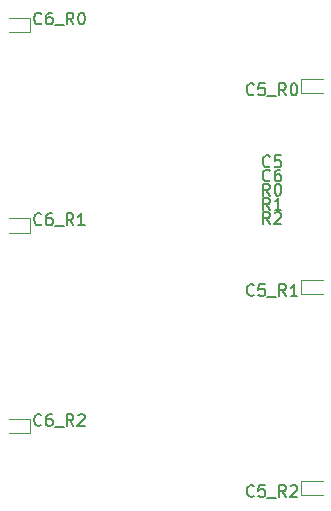
<source format=gbr>
%TF.GenerationSoftware,KiCad,Pcbnew,(7.0.0-0)*%
%TF.CreationDate,2023-06-08T17:13:50+08:00*%
%TF.ProjectId,thumb,7468756d-622e-46b6-9963-61645f706362,v1.0.0*%
%TF.SameCoordinates,Original*%
%TF.FileFunction,Legend,Bot*%
%TF.FilePolarity,Positive*%
%FSLAX46Y46*%
G04 Gerber Fmt 4.6, Leading zero omitted, Abs format (unit mm)*
G04 Created by KiCad (PCBNEW (7.0.0-0)) date 2023-06-08 17:13:50*
%MOMM*%
%LPD*%
G01*
G04 APERTURE LIST*
%ADD10C,0.150000*%
%ADD11C,0.120000*%
G04 APERTURE END LIST*
D10*
%TO.C,JC1*%
X17833333Y19732619D02*
X17500000Y20208809D01*
X17261905Y19732619D02*
X17261905Y20732619D01*
X17261905Y20732619D02*
X17642857Y20732619D01*
X17642857Y20732619D02*
X17738095Y20685000D01*
X17738095Y20685000D02*
X17785714Y20637380D01*
X17785714Y20637380D02*
X17833333Y20542142D01*
X17833333Y20542142D02*
X17833333Y20399285D01*
X17833333Y20399285D02*
X17785714Y20304047D01*
X17785714Y20304047D02*
X17738095Y20256428D01*
X17738095Y20256428D02*
X17642857Y20208809D01*
X17642857Y20208809D02*
X17261905Y20208809D01*
X18214286Y20637380D02*
X18261905Y20685000D01*
X18261905Y20685000D02*
X18357143Y20732619D01*
X18357143Y20732619D02*
X18595238Y20732619D01*
X18595238Y20732619D02*
X18690476Y20685000D01*
X18690476Y20685000D02*
X18738095Y20637380D01*
X18738095Y20637380D02*
X18785714Y20542142D01*
X18785714Y20542142D02*
X18785714Y20446904D01*
X18785714Y20446904D02*
X18738095Y20304047D01*
X18738095Y20304047D02*
X18166667Y19732619D01*
X18166667Y19732619D02*
X18785714Y19732619D01*
X17833333Y20932619D02*
X17500000Y21408809D01*
X17261905Y20932619D02*
X17261905Y21932619D01*
X17261905Y21932619D02*
X17642857Y21932619D01*
X17642857Y21932619D02*
X17738095Y21885000D01*
X17738095Y21885000D02*
X17785714Y21837380D01*
X17785714Y21837380D02*
X17833333Y21742142D01*
X17833333Y21742142D02*
X17833333Y21599285D01*
X17833333Y21599285D02*
X17785714Y21504047D01*
X17785714Y21504047D02*
X17738095Y21456428D01*
X17738095Y21456428D02*
X17642857Y21408809D01*
X17642857Y21408809D02*
X17261905Y21408809D01*
X18785714Y20932619D02*
X18214286Y20932619D01*
X18500000Y20932619D02*
X18500000Y21932619D01*
X18500000Y21932619D02*
X18404762Y21789761D01*
X18404762Y21789761D02*
X18309524Y21694523D01*
X18309524Y21694523D02*
X18214286Y21646904D01*
X17833333Y22132619D02*
X17500000Y22608809D01*
X17261905Y22132619D02*
X17261905Y23132619D01*
X17261905Y23132619D02*
X17642857Y23132619D01*
X17642857Y23132619D02*
X17738095Y23085000D01*
X17738095Y23085000D02*
X17785714Y23037380D01*
X17785714Y23037380D02*
X17833333Y22942142D01*
X17833333Y22942142D02*
X17833333Y22799285D01*
X17833333Y22799285D02*
X17785714Y22704047D01*
X17785714Y22704047D02*
X17738095Y22656428D01*
X17738095Y22656428D02*
X17642857Y22608809D01*
X17642857Y22608809D02*
X17261905Y22608809D01*
X18452381Y23132619D02*
X18547619Y23132619D01*
X18547619Y23132619D02*
X18642857Y23085000D01*
X18642857Y23085000D02*
X18690476Y23037380D01*
X18690476Y23037380D02*
X18738095Y22942142D01*
X18738095Y22942142D02*
X18785714Y22751666D01*
X18785714Y22751666D02*
X18785714Y22513571D01*
X18785714Y22513571D02*
X18738095Y22323095D01*
X18738095Y22323095D02*
X18690476Y22227857D01*
X18690476Y22227857D02*
X18642857Y22180238D01*
X18642857Y22180238D02*
X18547619Y22132619D01*
X18547619Y22132619D02*
X18452381Y22132619D01*
X18452381Y22132619D02*
X18357143Y22180238D01*
X18357143Y22180238D02*
X18309524Y22227857D01*
X18309524Y22227857D02*
X18261905Y22323095D01*
X18261905Y22323095D02*
X18214286Y22513571D01*
X18214286Y22513571D02*
X18214286Y22751666D01*
X18214286Y22751666D02*
X18261905Y22942142D01*
X18261905Y22942142D02*
X18309524Y23037380D01*
X18309524Y23037380D02*
X18357143Y23085000D01*
X18357143Y23085000D02*
X18452381Y23132619D01*
X17833333Y23427857D02*
X17785714Y23380238D01*
X17785714Y23380238D02*
X17642857Y23332619D01*
X17642857Y23332619D02*
X17547619Y23332619D01*
X17547619Y23332619D02*
X17404762Y23380238D01*
X17404762Y23380238D02*
X17309524Y23475476D01*
X17309524Y23475476D02*
X17261905Y23570714D01*
X17261905Y23570714D02*
X17214286Y23761190D01*
X17214286Y23761190D02*
X17214286Y23904047D01*
X17214286Y23904047D02*
X17261905Y24094523D01*
X17261905Y24094523D02*
X17309524Y24189761D01*
X17309524Y24189761D02*
X17404762Y24285000D01*
X17404762Y24285000D02*
X17547619Y24332619D01*
X17547619Y24332619D02*
X17642857Y24332619D01*
X17642857Y24332619D02*
X17785714Y24285000D01*
X17785714Y24285000D02*
X17833333Y24237380D01*
X18690476Y24332619D02*
X18500000Y24332619D01*
X18500000Y24332619D02*
X18404762Y24285000D01*
X18404762Y24285000D02*
X18357143Y24237380D01*
X18357143Y24237380D02*
X18261905Y24094523D01*
X18261905Y24094523D02*
X18214286Y23904047D01*
X18214286Y23904047D02*
X18214286Y23523095D01*
X18214286Y23523095D02*
X18261905Y23427857D01*
X18261905Y23427857D02*
X18309524Y23380238D01*
X18309524Y23380238D02*
X18404762Y23332619D01*
X18404762Y23332619D02*
X18595238Y23332619D01*
X18595238Y23332619D02*
X18690476Y23380238D01*
X18690476Y23380238D02*
X18738095Y23427857D01*
X18738095Y23427857D02*
X18785714Y23523095D01*
X18785714Y23523095D02*
X18785714Y23761190D01*
X18785714Y23761190D02*
X18738095Y23856428D01*
X18738095Y23856428D02*
X18690476Y23904047D01*
X18690476Y23904047D02*
X18595238Y23951666D01*
X18595238Y23951666D02*
X18404762Y23951666D01*
X18404762Y23951666D02*
X18309524Y23904047D01*
X18309524Y23904047D02*
X18261905Y23856428D01*
X18261905Y23856428D02*
X18214286Y23761190D01*
X17833333Y24627857D02*
X17785714Y24580238D01*
X17785714Y24580238D02*
X17642857Y24532619D01*
X17642857Y24532619D02*
X17547619Y24532619D01*
X17547619Y24532619D02*
X17404762Y24580238D01*
X17404762Y24580238D02*
X17309524Y24675476D01*
X17309524Y24675476D02*
X17261905Y24770714D01*
X17261905Y24770714D02*
X17214286Y24961190D01*
X17214286Y24961190D02*
X17214286Y25104047D01*
X17214286Y25104047D02*
X17261905Y25294523D01*
X17261905Y25294523D02*
X17309524Y25389761D01*
X17309524Y25389761D02*
X17404762Y25485000D01*
X17404762Y25485000D02*
X17547619Y25532619D01*
X17547619Y25532619D02*
X17642857Y25532619D01*
X17642857Y25532619D02*
X17785714Y25485000D01*
X17785714Y25485000D02*
X17833333Y25437380D01*
X18738095Y25532619D02*
X18261905Y25532619D01*
X18261905Y25532619D02*
X18214286Y25056428D01*
X18214286Y25056428D02*
X18261905Y25104047D01*
X18261905Y25104047D02*
X18357143Y25151666D01*
X18357143Y25151666D02*
X18595238Y25151666D01*
X18595238Y25151666D02*
X18690476Y25104047D01*
X18690476Y25104047D02*
X18738095Y25056428D01*
X18738095Y25056428D02*
X18785714Y24961190D01*
X18785714Y24961190D02*
X18785714Y24723095D01*
X18785714Y24723095D02*
X18738095Y24627857D01*
X18738095Y24627857D02*
X18690476Y24580238D01*
X18690476Y24580238D02*
X18595238Y24532619D01*
X18595238Y24532619D02*
X18357143Y24532619D01*
X18357143Y24532619D02*
X18261905Y24580238D01*
X18261905Y24580238D02*
X18214286Y24627857D01*
%TO.C,S1*%
X16476190Y30727857D02*
X16428571Y30680238D01*
X16428571Y30680238D02*
X16285714Y30632619D01*
X16285714Y30632619D02*
X16190476Y30632619D01*
X16190476Y30632619D02*
X16047619Y30680238D01*
X16047619Y30680238D02*
X15952381Y30775476D01*
X15952381Y30775476D02*
X15904762Y30870714D01*
X15904762Y30870714D02*
X15857143Y31061190D01*
X15857143Y31061190D02*
X15857143Y31204047D01*
X15857143Y31204047D02*
X15904762Y31394523D01*
X15904762Y31394523D02*
X15952381Y31489761D01*
X15952381Y31489761D02*
X16047619Y31585000D01*
X16047619Y31585000D02*
X16190476Y31632619D01*
X16190476Y31632619D02*
X16285714Y31632619D01*
X16285714Y31632619D02*
X16428571Y31585000D01*
X16428571Y31585000D02*
X16476190Y31537380D01*
X17380952Y31632619D02*
X16904762Y31632619D01*
X16904762Y31632619D02*
X16857143Y31156428D01*
X16857143Y31156428D02*
X16904762Y31204047D01*
X16904762Y31204047D02*
X17000000Y31251666D01*
X17000000Y31251666D02*
X17238095Y31251666D01*
X17238095Y31251666D02*
X17333333Y31204047D01*
X17333333Y31204047D02*
X17380952Y31156428D01*
X17380952Y31156428D02*
X17428571Y31061190D01*
X17428571Y31061190D02*
X17428571Y30823095D01*
X17428571Y30823095D02*
X17380952Y30727857D01*
X17380952Y30727857D02*
X17333333Y30680238D01*
X17333333Y30680238D02*
X17238095Y30632619D01*
X17238095Y30632619D02*
X17000000Y30632619D01*
X17000000Y30632619D02*
X16904762Y30680238D01*
X16904762Y30680238D02*
X16857143Y30727857D01*
X17619048Y30537380D02*
X18380952Y30537380D01*
X19190476Y30632619D02*
X18857143Y31108809D01*
X18619048Y30632619D02*
X18619048Y31632619D01*
X18619048Y31632619D02*
X19000000Y31632619D01*
X19000000Y31632619D02*
X19095238Y31585000D01*
X19095238Y31585000D02*
X19142857Y31537380D01*
X19142857Y31537380D02*
X19190476Y31442142D01*
X19190476Y31442142D02*
X19190476Y31299285D01*
X19190476Y31299285D02*
X19142857Y31204047D01*
X19142857Y31204047D02*
X19095238Y31156428D01*
X19095238Y31156428D02*
X19000000Y31108809D01*
X19000000Y31108809D02*
X18619048Y31108809D01*
X19809524Y31632619D02*
X19904762Y31632619D01*
X19904762Y31632619D02*
X20000000Y31585000D01*
X20000000Y31585000D02*
X20047619Y31537380D01*
X20047619Y31537380D02*
X20095238Y31442142D01*
X20095238Y31442142D02*
X20142857Y31251666D01*
X20142857Y31251666D02*
X20142857Y31013571D01*
X20142857Y31013571D02*
X20095238Y30823095D01*
X20095238Y30823095D02*
X20047619Y30727857D01*
X20047619Y30727857D02*
X20000000Y30680238D01*
X20000000Y30680238D02*
X19904762Y30632619D01*
X19904762Y30632619D02*
X19809524Y30632619D01*
X19809524Y30632619D02*
X19714286Y30680238D01*
X19714286Y30680238D02*
X19666667Y30727857D01*
X19666667Y30727857D02*
X19619048Y30823095D01*
X19619048Y30823095D02*
X19571429Y31013571D01*
X19571429Y31013571D02*
X19571429Y31251666D01*
X19571429Y31251666D02*
X19619048Y31442142D01*
X19619048Y31442142D02*
X19666667Y31537380D01*
X19666667Y31537380D02*
X19714286Y31585000D01*
X19714286Y31585000D02*
X19809524Y31632619D01*
%TO.C,S2*%
X16476190Y13727857D02*
X16428571Y13680238D01*
X16428571Y13680238D02*
X16285714Y13632619D01*
X16285714Y13632619D02*
X16190476Y13632619D01*
X16190476Y13632619D02*
X16047619Y13680238D01*
X16047619Y13680238D02*
X15952381Y13775476D01*
X15952381Y13775476D02*
X15904762Y13870714D01*
X15904762Y13870714D02*
X15857143Y14061190D01*
X15857143Y14061190D02*
X15857143Y14204047D01*
X15857143Y14204047D02*
X15904762Y14394523D01*
X15904762Y14394523D02*
X15952381Y14489761D01*
X15952381Y14489761D02*
X16047619Y14585000D01*
X16047619Y14585000D02*
X16190476Y14632619D01*
X16190476Y14632619D02*
X16285714Y14632619D01*
X16285714Y14632619D02*
X16428571Y14585000D01*
X16428571Y14585000D02*
X16476190Y14537380D01*
X17380952Y14632619D02*
X16904762Y14632619D01*
X16904762Y14632619D02*
X16857143Y14156428D01*
X16857143Y14156428D02*
X16904762Y14204047D01*
X16904762Y14204047D02*
X17000000Y14251666D01*
X17000000Y14251666D02*
X17238095Y14251666D01*
X17238095Y14251666D02*
X17333333Y14204047D01*
X17333333Y14204047D02*
X17380952Y14156428D01*
X17380952Y14156428D02*
X17428571Y14061190D01*
X17428571Y14061190D02*
X17428571Y13823095D01*
X17428571Y13823095D02*
X17380952Y13727857D01*
X17380952Y13727857D02*
X17333333Y13680238D01*
X17333333Y13680238D02*
X17238095Y13632619D01*
X17238095Y13632619D02*
X17000000Y13632619D01*
X17000000Y13632619D02*
X16904762Y13680238D01*
X16904762Y13680238D02*
X16857143Y13727857D01*
X17619048Y13537380D02*
X18380952Y13537380D01*
X19190476Y13632619D02*
X18857143Y14108809D01*
X18619048Y13632619D02*
X18619048Y14632619D01*
X18619048Y14632619D02*
X19000000Y14632619D01*
X19000000Y14632619D02*
X19095238Y14585000D01*
X19095238Y14585000D02*
X19142857Y14537380D01*
X19142857Y14537380D02*
X19190476Y14442142D01*
X19190476Y14442142D02*
X19190476Y14299285D01*
X19190476Y14299285D02*
X19142857Y14204047D01*
X19142857Y14204047D02*
X19095238Y14156428D01*
X19095238Y14156428D02*
X19000000Y14108809D01*
X19000000Y14108809D02*
X18619048Y14108809D01*
X20142857Y13632619D02*
X19571429Y13632619D01*
X19857143Y13632619D02*
X19857143Y14632619D01*
X19857143Y14632619D02*
X19761905Y14489761D01*
X19761905Y14489761D02*
X19666667Y14394523D01*
X19666667Y14394523D02*
X19571429Y14346904D01*
%TO.C,S3*%
X16476190Y-3272142D02*
X16428571Y-3319761D01*
X16428571Y-3319761D02*
X16285714Y-3367380D01*
X16285714Y-3367380D02*
X16190476Y-3367380D01*
X16190476Y-3367380D02*
X16047619Y-3319761D01*
X16047619Y-3319761D02*
X15952381Y-3224523D01*
X15952381Y-3224523D02*
X15904762Y-3129285D01*
X15904762Y-3129285D02*
X15857143Y-2938809D01*
X15857143Y-2938809D02*
X15857143Y-2795952D01*
X15857143Y-2795952D02*
X15904762Y-2605476D01*
X15904762Y-2605476D02*
X15952381Y-2510238D01*
X15952381Y-2510238D02*
X16047619Y-2415000D01*
X16047619Y-2415000D02*
X16190476Y-2367380D01*
X16190476Y-2367380D02*
X16285714Y-2367380D01*
X16285714Y-2367380D02*
X16428571Y-2415000D01*
X16428571Y-2415000D02*
X16476190Y-2462619D01*
X17380952Y-2367380D02*
X16904762Y-2367380D01*
X16904762Y-2367380D02*
X16857143Y-2843571D01*
X16857143Y-2843571D02*
X16904762Y-2795952D01*
X16904762Y-2795952D02*
X17000000Y-2748333D01*
X17000000Y-2748333D02*
X17238095Y-2748333D01*
X17238095Y-2748333D02*
X17333333Y-2795952D01*
X17333333Y-2795952D02*
X17380952Y-2843571D01*
X17380952Y-2843571D02*
X17428571Y-2938809D01*
X17428571Y-2938809D02*
X17428571Y-3176904D01*
X17428571Y-3176904D02*
X17380952Y-3272142D01*
X17380952Y-3272142D02*
X17333333Y-3319761D01*
X17333333Y-3319761D02*
X17238095Y-3367380D01*
X17238095Y-3367380D02*
X17000000Y-3367380D01*
X17000000Y-3367380D02*
X16904762Y-3319761D01*
X16904762Y-3319761D02*
X16857143Y-3272142D01*
X17619048Y-3462619D02*
X18380952Y-3462619D01*
X19190476Y-3367380D02*
X18857143Y-2891190D01*
X18619048Y-3367380D02*
X18619048Y-2367380D01*
X18619048Y-2367380D02*
X19000000Y-2367380D01*
X19000000Y-2367380D02*
X19095238Y-2415000D01*
X19095238Y-2415000D02*
X19142857Y-2462619D01*
X19142857Y-2462619D02*
X19190476Y-2557857D01*
X19190476Y-2557857D02*
X19190476Y-2700714D01*
X19190476Y-2700714D02*
X19142857Y-2795952D01*
X19142857Y-2795952D02*
X19095238Y-2843571D01*
X19095238Y-2843571D02*
X19000000Y-2891190D01*
X19000000Y-2891190D02*
X18619048Y-2891190D01*
X19571429Y-2462619D02*
X19619048Y-2415000D01*
X19619048Y-2415000D02*
X19714286Y-2367380D01*
X19714286Y-2367380D02*
X19952381Y-2367380D01*
X19952381Y-2367380D02*
X20047619Y-2415000D01*
X20047619Y-2415000D02*
X20095238Y-2462619D01*
X20095238Y-2462619D02*
X20142857Y-2557857D01*
X20142857Y-2557857D02*
X20142857Y-2653095D01*
X20142857Y-2653095D02*
X20095238Y-2795952D01*
X20095238Y-2795952D02*
X19523810Y-3367380D01*
X19523810Y-3367380D02*
X20142857Y-3367380D01*
%TO.C,S4*%
X-1523809Y36727857D02*
X-1571428Y36680238D01*
X-1571428Y36680238D02*
X-1714285Y36632619D01*
X-1714285Y36632619D02*
X-1809523Y36632619D01*
X-1809523Y36632619D02*
X-1952380Y36680238D01*
X-1952380Y36680238D02*
X-2047618Y36775476D01*
X-2047618Y36775476D02*
X-2095237Y36870714D01*
X-2095237Y36870714D02*
X-2142856Y37061190D01*
X-2142856Y37061190D02*
X-2142856Y37204047D01*
X-2142856Y37204047D02*
X-2095237Y37394523D01*
X-2095237Y37394523D02*
X-2047618Y37489761D01*
X-2047618Y37489761D02*
X-1952380Y37585000D01*
X-1952380Y37585000D02*
X-1809523Y37632619D01*
X-1809523Y37632619D02*
X-1714285Y37632619D01*
X-1714285Y37632619D02*
X-1571428Y37585000D01*
X-1571428Y37585000D02*
X-1523809Y37537380D01*
X-666666Y37632619D02*
X-857142Y37632619D01*
X-857142Y37632619D02*
X-952380Y37585000D01*
X-952380Y37585000D02*
X-999999Y37537380D01*
X-999999Y37537380D02*
X-1095237Y37394523D01*
X-1095237Y37394523D02*
X-1142856Y37204047D01*
X-1142856Y37204047D02*
X-1142856Y36823095D01*
X-1142856Y36823095D02*
X-1095237Y36727857D01*
X-1095237Y36727857D02*
X-1047618Y36680238D01*
X-1047618Y36680238D02*
X-952380Y36632619D01*
X-952380Y36632619D02*
X-761904Y36632619D01*
X-761904Y36632619D02*
X-666666Y36680238D01*
X-666666Y36680238D02*
X-619047Y36727857D01*
X-619047Y36727857D02*
X-571428Y36823095D01*
X-571428Y36823095D02*
X-571428Y37061190D01*
X-571428Y37061190D02*
X-619047Y37156428D01*
X-619047Y37156428D02*
X-666666Y37204047D01*
X-666666Y37204047D02*
X-761904Y37251666D01*
X-761904Y37251666D02*
X-952380Y37251666D01*
X-952380Y37251666D02*
X-1047618Y37204047D01*
X-1047618Y37204047D02*
X-1095237Y37156428D01*
X-1095237Y37156428D02*
X-1142856Y37061190D01*
X-380952Y36537380D02*
X380952Y36537380D01*
X1190476Y36632619D02*
X857143Y37108809D01*
X619048Y36632619D02*
X619048Y37632619D01*
X619048Y37632619D02*
X1000000Y37632619D01*
X1000000Y37632619D02*
X1095238Y37585000D01*
X1095238Y37585000D02*
X1142857Y37537380D01*
X1142857Y37537380D02*
X1190476Y37442142D01*
X1190476Y37442142D02*
X1190476Y37299285D01*
X1190476Y37299285D02*
X1142857Y37204047D01*
X1142857Y37204047D02*
X1095238Y37156428D01*
X1095238Y37156428D02*
X1000000Y37108809D01*
X1000000Y37108809D02*
X619048Y37108809D01*
X1809524Y37632619D02*
X1904762Y37632619D01*
X1904762Y37632619D02*
X2000000Y37585000D01*
X2000000Y37585000D02*
X2047619Y37537380D01*
X2047619Y37537380D02*
X2095238Y37442142D01*
X2095238Y37442142D02*
X2142857Y37251666D01*
X2142857Y37251666D02*
X2142857Y37013571D01*
X2142857Y37013571D02*
X2095238Y36823095D01*
X2095238Y36823095D02*
X2047619Y36727857D01*
X2047619Y36727857D02*
X2000000Y36680238D01*
X2000000Y36680238D02*
X1904762Y36632619D01*
X1904762Y36632619D02*
X1809524Y36632619D01*
X1809524Y36632619D02*
X1714286Y36680238D01*
X1714286Y36680238D02*
X1666667Y36727857D01*
X1666667Y36727857D02*
X1619048Y36823095D01*
X1619048Y36823095D02*
X1571429Y37013571D01*
X1571429Y37013571D02*
X1571429Y37251666D01*
X1571429Y37251666D02*
X1619048Y37442142D01*
X1619048Y37442142D02*
X1666667Y37537380D01*
X1666667Y37537380D02*
X1714286Y37585000D01*
X1714286Y37585000D02*
X1809524Y37632619D01*
%TO.C,S5*%
X-1523809Y19727857D02*
X-1571428Y19680238D01*
X-1571428Y19680238D02*
X-1714285Y19632619D01*
X-1714285Y19632619D02*
X-1809523Y19632619D01*
X-1809523Y19632619D02*
X-1952380Y19680238D01*
X-1952380Y19680238D02*
X-2047618Y19775476D01*
X-2047618Y19775476D02*
X-2095237Y19870714D01*
X-2095237Y19870714D02*
X-2142856Y20061190D01*
X-2142856Y20061190D02*
X-2142856Y20204047D01*
X-2142856Y20204047D02*
X-2095237Y20394523D01*
X-2095237Y20394523D02*
X-2047618Y20489761D01*
X-2047618Y20489761D02*
X-1952380Y20585000D01*
X-1952380Y20585000D02*
X-1809523Y20632619D01*
X-1809523Y20632619D02*
X-1714285Y20632619D01*
X-1714285Y20632619D02*
X-1571428Y20585000D01*
X-1571428Y20585000D02*
X-1523809Y20537380D01*
X-666666Y20632619D02*
X-857142Y20632619D01*
X-857142Y20632619D02*
X-952380Y20585000D01*
X-952380Y20585000D02*
X-999999Y20537380D01*
X-999999Y20537380D02*
X-1095237Y20394523D01*
X-1095237Y20394523D02*
X-1142856Y20204047D01*
X-1142856Y20204047D02*
X-1142856Y19823095D01*
X-1142856Y19823095D02*
X-1095237Y19727857D01*
X-1095237Y19727857D02*
X-1047618Y19680238D01*
X-1047618Y19680238D02*
X-952380Y19632619D01*
X-952380Y19632619D02*
X-761904Y19632619D01*
X-761904Y19632619D02*
X-666666Y19680238D01*
X-666666Y19680238D02*
X-619047Y19727857D01*
X-619047Y19727857D02*
X-571428Y19823095D01*
X-571428Y19823095D02*
X-571428Y20061190D01*
X-571428Y20061190D02*
X-619047Y20156428D01*
X-619047Y20156428D02*
X-666666Y20204047D01*
X-666666Y20204047D02*
X-761904Y20251666D01*
X-761904Y20251666D02*
X-952380Y20251666D01*
X-952380Y20251666D02*
X-1047618Y20204047D01*
X-1047618Y20204047D02*
X-1095237Y20156428D01*
X-1095237Y20156428D02*
X-1142856Y20061190D01*
X-380952Y19537380D02*
X380952Y19537380D01*
X1190476Y19632619D02*
X857143Y20108809D01*
X619048Y19632619D02*
X619048Y20632619D01*
X619048Y20632619D02*
X1000000Y20632619D01*
X1000000Y20632619D02*
X1095238Y20585000D01*
X1095238Y20585000D02*
X1142857Y20537380D01*
X1142857Y20537380D02*
X1190476Y20442142D01*
X1190476Y20442142D02*
X1190476Y20299285D01*
X1190476Y20299285D02*
X1142857Y20204047D01*
X1142857Y20204047D02*
X1095238Y20156428D01*
X1095238Y20156428D02*
X1000000Y20108809D01*
X1000000Y20108809D02*
X619048Y20108809D01*
X2142857Y19632619D02*
X1571429Y19632619D01*
X1857143Y19632619D02*
X1857143Y20632619D01*
X1857143Y20632619D02*
X1761905Y20489761D01*
X1761905Y20489761D02*
X1666667Y20394523D01*
X1666667Y20394523D02*
X1571429Y20346904D01*
%TO.C,S6*%
X-1523809Y2727857D02*
X-1571428Y2680238D01*
X-1571428Y2680238D02*
X-1714285Y2632619D01*
X-1714285Y2632619D02*
X-1809523Y2632619D01*
X-1809523Y2632619D02*
X-1952380Y2680238D01*
X-1952380Y2680238D02*
X-2047618Y2775476D01*
X-2047618Y2775476D02*
X-2095237Y2870714D01*
X-2095237Y2870714D02*
X-2142856Y3061190D01*
X-2142856Y3061190D02*
X-2142856Y3204047D01*
X-2142856Y3204047D02*
X-2095237Y3394523D01*
X-2095237Y3394523D02*
X-2047618Y3489761D01*
X-2047618Y3489761D02*
X-1952380Y3585000D01*
X-1952380Y3585000D02*
X-1809523Y3632619D01*
X-1809523Y3632619D02*
X-1714285Y3632619D01*
X-1714285Y3632619D02*
X-1571428Y3585000D01*
X-1571428Y3585000D02*
X-1523809Y3537380D01*
X-666666Y3632619D02*
X-857142Y3632619D01*
X-857142Y3632619D02*
X-952380Y3585000D01*
X-952380Y3585000D02*
X-999999Y3537380D01*
X-999999Y3537380D02*
X-1095237Y3394523D01*
X-1095237Y3394523D02*
X-1142856Y3204047D01*
X-1142856Y3204047D02*
X-1142856Y2823095D01*
X-1142856Y2823095D02*
X-1095237Y2727857D01*
X-1095237Y2727857D02*
X-1047618Y2680238D01*
X-1047618Y2680238D02*
X-952380Y2632619D01*
X-952380Y2632619D02*
X-761904Y2632619D01*
X-761904Y2632619D02*
X-666666Y2680238D01*
X-666666Y2680238D02*
X-619047Y2727857D01*
X-619047Y2727857D02*
X-571428Y2823095D01*
X-571428Y2823095D02*
X-571428Y3061190D01*
X-571428Y3061190D02*
X-619047Y3156428D01*
X-619047Y3156428D02*
X-666666Y3204047D01*
X-666666Y3204047D02*
X-761904Y3251666D01*
X-761904Y3251666D02*
X-952380Y3251666D01*
X-952380Y3251666D02*
X-1047618Y3204047D01*
X-1047618Y3204047D02*
X-1095237Y3156428D01*
X-1095237Y3156428D02*
X-1142856Y3061190D01*
X-380952Y2537380D02*
X380952Y2537380D01*
X1190476Y2632619D02*
X857143Y3108809D01*
X619048Y2632619D02*
X619048Y3632619D01*
X619048Y3632619D02*
X1000000Y3632619D01*
X1000000Y3632619D02*
X1095238Y3585000D01*
X1095238Y3585000D02*
X1142857Y3537380D01*
X1142857Y3537380D02*
X1190476Y3442142D01*
X1190476Y3442142D02*
X1190476Y3299285D01*
X1190476Y3299285D02*
X1142857Y3204047D01*
X1142857Y3204047D02*
X1095238Y3156428D01*
X1095238Y3156428D02*
X1000000Y3108809D01*
X1000000Y3108809D02*
X619048Y3108809D01*
X1571429Y3537380D02*
X1619048Y3585000D01*
X1619048Y3585000D02*
X1714286Y3632619D01*
X1714286Y3632619D02*
X1952381Y3632619D01*
X1952381Y3632619D02*
X2047619Y3585000D01*
X2047619Y3585000D02*
X2095238Y3537380D01*
X2095238Y3537380D02*
X2142857Y3442142D01*
X2142857Y3442142D02*
X2142857Y3346904D01*
X2142857Y3346904D02*
X2095238Y3204047D01*
X2095238Y3204047D02*
X1523810Y2632619D01*
X1523810Y2632619D02*
X2142857Y2632619D01*
D11*
%TO.C,D1*%
X22300000Y30800000D02*
X20450000Y30800000D01*
X22300000Y32000000D02*
X20450000Y32000000D01*
X20450000Y32000000D02*
X20450000Y30800000D01*
%TO.C,D2*%
X22300000Y13800000D02*
X20450000Y13800000D01*
X22300000Y15000000D02*
X20450000Y15000000D01*
X20450000Y15000000D02*
X20450000Y13800000D01*
%TO.C,D3*%
X22300000Y-3200000D02*
X20450000Y-3200000D01*
X22300000Y-2000000D02*
X20450000Y-2000000D01*
X20450000Y-2000000D02*
X20450000Y-3200000D01*
%TO.C,D4*%
X-4300000Y37200000D02*
X-2450000Y37200000D01*
X-4300000Y36000000D02*
X-2450000Y36000000D01*
X-2450000Y36000000D02*
X-2450000Y37200000D01*
%TO.C,D5*%
X-4300000Y20200000D02*
X-2450000Y20200000D01*
X-4300000Y19000000D02*
X-2450000Y19000000D01*
X-2450000Y19000000D02*
X-2450000Y20200000D01*
%TO.C,D6*%
X-4300000Y3200000D02*
X-2450000Y3200000D01*
X-4300000Y2000000D02*
X-2450000Y2000000D01*
X-2450000Y2000000D02*
X-2450000Y3200000D01*
%TD*%
M02*

</source>
